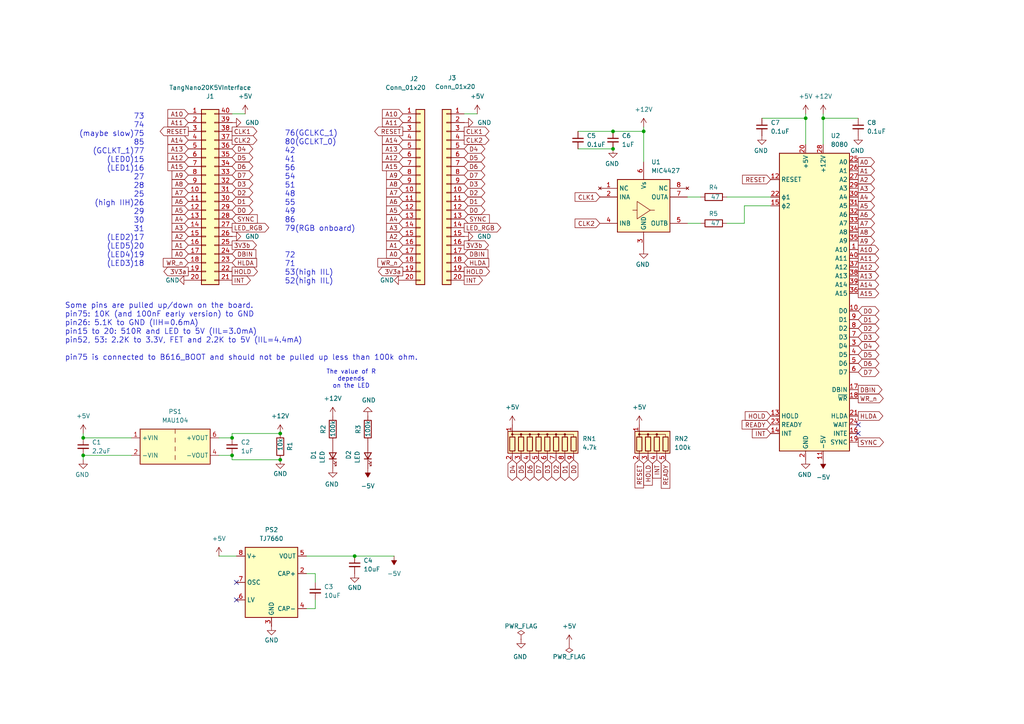
<source format=kicad_sch>
(kicad_sch (version 20231120) (generator "eeschema") (generator_version "8.0")
  (paper "A4")
  (title_block (title "Memory System for Intel 8080 using Tang Nano 20K") (date "2024-08-29") (rev "1.1") (company "Ryo Mukai"))
  (lib_symbols
    (symbol "000_MyLibrary:8080"
      (property "Reference" "U" (at -7.62 44.45 0))
      (property "Value" "8080" (at 7.62 44.45 0))
      (symbol "8080_1_1"
        (pin output line (at 12.7 15.24 180) (length 2.54) (name "A10") (number "1"))
        (pin bidirectional line (at 12.7 -2.54 180) (length 2.54) (name "D0") (number "10"))
        (pin power_in line (at 2.54 -45.72 90) (length 2.54) (name "-5V") (number "11"))
        (pin input line (at -12.7 35.56 0) (length 2.54) (name "RESET") (number "12"))
        (pin input line (at -12.7 -33.02 0) (length 2.54) (name "HOLD") (number "13"))
        (pin input line (at -12.7 -38.1 0) (length 2.54) (name "INT") (number "14"))
        (pin input line (at -12.7 27.94 0) (length 2.54) (name "ϕ2") (number "15"))
        (pin output line (at 12.7 -38.1 180) (length 2.54) (name "INTE") (number "16"))
        (pin output line (at 12.7 -25.4 180) (length 2.54) (name "DBIN") (number "17"))
        (pin output line (at 12.7 -27.94 180) (length 2.54) (name "~{WR}") (number "18"))
        (pin output line (at 12.7 -40.64 180) (length 2.54) (name "SYNC") (number "19"))
        (pin power_in line (at -2.54 -45.72 90) (length 2.54) (name "GND") (number "2"))
        (pin power_in line (at -2.54 45.72 270) (length 2.54) (name "+5V") (number "20"))
        (pin output line (at 12.7 -33.02 180) (length 2.54) (name "HLDA") (number "21"))
        (pin input line (at -12.7 30.48 0) (length 2.54) (name "ϕ1") (number "22"))
        (pin input line (at -12.7 -35.56 0) (length 2.54) (name "READY") (number "23"))
        (pin output line (at 12.7 -35.56 180) (length 2.54) (name "WAIT") (number "24"))
        (pin output line (at 12.7 40.64 180) (length 2.54) (name "A0") (number "25"))
        (pin output line (at 12.7 38.1 180) (length 2.54) (name "A1") (number "26"))
        (pin output line (at 12.7 35.56 180) (length 2.54) (name "A2") (number "27"))
        (pin power_in line (at 2.54 45.72 270) (length 2.54) (name "+12V") (number "28"))
        (pin output line (at 12.7 33.02 180) (length 2.54) (name "A3") (number "29"))
        (pin bidirectional line (at 12.7 -12.7 180) (length 2.54) (name "D4") (number "3"))
        (pin output line (at 12.7 30.48 180) (length 2.54) (name "A4") (number "30"))
        (pin output line (at 12.7 27.94 180) (length 2.54) (name "A5") (number "31"))
        (pin output line (at 12.7 25.4 180) (length 2.54) (name "A6") (number "32"))
        (pin output line (at 12.7 22.86 180) (length 2.54) (name "A7") (number "33"))
        (pin output line (at 12.7 20.32 180) (length 2.54) (name "A8") (number "34"))
        (pin output line (at 12.7 17.78 180) (length 2.54) (name "A9") (number "35"))
        (pin output line (at 12.7 2.54 180) (length 2.54) (name "A15") (number "36"))
        (pin output line (at 12.7 10.16 180) (length 2.54) (name "A12") (number "37"))
        (pin output line (at 12.7 7.62 180) (length 2.54) (name "A13") (number "38"))
        (pin output line (at 12.7 5.08 180) (length 2.54) (name "A14") (number "39"))
        (pin bidirectional line (at 12.7 -15.24 180) (length 2.54) (name "D5") (number "4"))
        (pin output line (at 12.7 12.7 180) (length 2.54) (name "A11") (number "40"))
        (pin bidirectional line (at 12.7 -17.78 180) (length 2.54) (name "D6") (number "5"))
        (pin bidirectional line (at 12.7 -20.32 180) (length 2.54) (name "D7") (number "6"))
        (pin bidirectional line (at 12.7 -10.16 180) (length 2.54) (name "D3") (number "7"))
        (pin bidirectional line (at 12.7 -7.62 180) (length 2.54) (name "D2") (number "8"))
        (pin bidirectional line (at 12.7 -5.08 180) (length 2.54) (name "D1") (number "9"))
      )
    )
    (symbol "000_MyLibrary:C_Small" (pin_numbers hide) (pin_names (offset 0.254) hide)
      (property "Reference" "C" (at 0.254 1.778 0))
      (property "Value" "C_Small" (at 0.254 -2.032 0))
      (symbol "C_Small_1_1"
        (pin passive line (at 0 2.54 270) (length 2.032) (name "~") (number "1"))
        (pin passive line (at 0 -2.54 90) (length 2.032) (name "~") (number "2"))
      )
    )
    (symbol "000_MyLibrary:Conn_01x20" (pin_names (offset 1.016) hide)
      (property "Reference" "J" (at 0 25.4 0))
      (property "Value" "Conn_01x20" (at 0 -27.94 0))
      (symbol "Conn_01x20_1_1"
        (pin passive line (at -5.08 22.86 0) (length 3.81) (name "Pin_1") (number "1"))
        (pin passive line (at -5.08 0 0) (length 3.81) (name "Pin_10") (number "10"))
        (pin passive line (at -5.08 -2.54 0) (length 3.81) (name "Pin_11") (number "11"))
        (pin passive line (at -5.08 -5.08 0) (length 3.81) (name "Pin_12") (number "12"))
        (pin passive line (at -5.08 -7.62 0) (length 3.81) (name "Pin_13") (number "13"))
        (pin passive line (at -5.08 -10.16 0) (length 3.81) (name "Pin_14") (number "14"))
        (pin passive line (at -5.08 -12.7 0) (length 3.81) (name "Pin_15") (number "15"))
        (pin passive line (at -5.08 -15.24 0) (length 3.81) (name "Pin_16") (number "16"))
        (pin passive line (at -5.08 -17.78 0) (length 3.81) (name "Pin_17") (number "17"))
        (pin passive line (at -5.08 -20.32 0) (length 3.81) (name "Pin_18") (number "18"))
        (pin passive line (at -5.08 -22.86 0) (length 3.81) (name "Pin_19") (number "19"))
        (pin passive line (at -5.08 20.32 0) (length 3.81) (name "Pin_2") (number "2"))
        (pin passive line (at -5.08 -25.4 0) (length 3.81) (name "Pin_20") (number "20"))
        (pin passive line (at -5.08 17.78 0) (length 3.81) (name "Pin_3") (number "3"))
        (pin passive line (at -5.08 15.24 0) (length 3.81) (name "Pin_4") (number "4"))
        (pin passive line (at -5.08 12.7 0) (length 3.81) (name "Pin_5") (number "5"))
        (pin passive line (at -5.08 10.16 0) (length 3.81) (name "Pin_6") (number "6"))
        (pin passive line (at -5.08 7.62 0) (length 3.81) (name "Pin_7") (number "7"))
        (pin passive line (at -5.08 5.08 0) (length 3.81) (name "Pin_8") (number "8"))
        (pin passive line (at -5.08 2.54 0) (length 3.81) (name "Pin_9") (number "9"))
      )
    )
    (symbol "000_MyLibrary:Conn_02x20_Counter_Clockwise" (pin_names (offset 1.016) hide)
      (property "Reference" "J" (at 1.27 25.4 0))
      (property "Value" "Conn_02x20_Counter_Clockwise" (at 1.27 -27.94 0))
      (symbol "Conn_02x20_Counter_Clockwise_1_1"
        (pin passive line (at -5.08 22.86 0) (length 3.81) (name "Pin_1") (number "1"))
        (pin passive line (at -5.08 0 0) (length 3.81) (name "Pin_10") (number "10"))
        (pin passive line (at -5.08 -2.54 0) (length 3.81) (name "Pin_11") (number "11"))
        (pin passive line (at -5.08 -5.08 0) (length 3.81) (name "Pin_12") (number "12"))
        (pin passive line (at -5.08 -7.62 0) (length 3.81) (name "Pin_13") (number "13"))
        (pin passive line (at -5.08 -10.16 0) (length 3.81) (name "Pin_14") (number "14"))
        (pin passive line (at -5.08 -12.7 0) (length 3.81) (name "Pin_15") (number "15"))
        (pin passive line (at -5.08 -15.24 0) (length 3.81) (name "Pin_16") (number "16"))
        (pin passive line (at -5.08 -17.78 0) (length 3.81) (name "Pin_17") (number "17"))
        (pin passive line (at -5.08 -20.32 0) (length 3.81) (name "Pin_18") (number "18"))
        (pin passive line (at -5.08 -22.86 0) (length 3.81) (name "Pin_19") (number "19"))
        (pin passive line (at -5.08 20.32 0) (length 3.81) (name "Pin_2") (number "2"))
        (pin passive line (at -5.08 -25.4 0) (length 3.81) (name "Pin_20") (number "20"))
        (pin passive line (at 7.62 -25.4 180) (length 3.81) (name "Pin_21") (number "21"))
        (pin passive line (at 7.62 -22.86 180) (length 3.81) (name "Pin_22") (number "22"))
        (pin passive line (at 7.62 -20.32 180) (length 3.81) (name "Pin_23") (number "23"))
        (pin passive line (at 7.62 -17.78 180) (length 3.81) (name "Pin_24") (number "24"))
        (pin passive line (at 7.62 -15.24 180) (length 3.81) (name "Pin_25") (number "25"))
        (pin passive line (at 7.62 -12.7 180) (length 3.81) (name "Pin_26") (number "26"))
        (pin passive line (at 7.62 -10.16 180) (length 3.81) (name "Pin_27") (number "27"))
        (pin passive line (at 7.62 -7.62 180) (length 3.81) (name "Pin_28") (number "28"))
        (pin passive line (at 7.62 -5.08 180) (length 3.81) (name "Pin_29") (number "29"))
        (pin passive line (at -5.08 17.78 0) (length 3.81) (name "Pin_3") (number "3"))
        (pin passive line (at 7.62 -2.54 180) (length 3.81) (name "Pin_30") (number "30"))
        (pin passive line (at 7.62 0 180) (length 3.81) (name "Pin_31") (number "31"))
        (pin passive line (at 7.62 2.54 180) (length 3.81) (name "Pin_32") (number "32"))
        (pin passive line (at 7.62 5.08 180) (length 3.81) (name "Pin_33") (number "33"))
        (pin passive line (at 7.62 7.62 180) (length 3.81) (name "Pin_34") (number "34"))
        (pin passive line (at 7.62 10.16 180) (length 3.81) (name "Pin_35") (number "35"))
        (pin passive line (at 7.62 12.7 180) (length 3.81) (name "Pin_36") (number "36"))
        (pin passive line (at 7.62 15.24 180) (length 3.81) (name "Pin_37") (number "37"))
        (pin passive line (at 7.62 17.78 180) (length 3.81) (name "Pin_38") (number "38"))
        (pin passive line (at 7.62 20.32 180) (length 3.81) (name "Pin_39") (number "39"))
        (pin passive line (at -5.08 15.24 0) (length 3.81) (name "Pin_4") (number "4"))
        (pin passive line (at 7.62 22.86 180) (length 3.81) (name "Pin_40") (number "40"))
        (pin passive line (at -5.08 12.7 0) (length 3.81) (name "Pin_5") (number "5"))
        (pin passive line (at -5.08 10.16 0) (length 3.81) (name "Pin_6") (number "6"))
        (pin passive line (at -5.08 7.62 0) (length 3.81) (name "Pin_7") (number "7"))
        (pin passive line (at -5.08 5.08 0) (length 3.81) (name "Pin_8") (number "8"))
        (pin passive line (at -5.08 2.54 0) (length 3.81) (name "Pin_9") (number "9"))
      )
    )
    (symbol "000_MyLibrary:LED" (pin_numbers hide) (pin_names (offset 1.016) hide)
      (property "Reference" "D" (at 0.254 2.54 0))
      (property "Value" "LED" (at 0.254 -2.54 0))
      (symbol "LED_1_1"
        (pin passive line (at -3.81 0 0) (length 2.54) (name "K") (number "1"))
        (pin passive line (at 3.81 0 180) (length 2.54) (name "A") (number "2"))
      )
    )
    (symbol "000_MyLibrary:MAU104"
      (property "Reference" "PS1" (at 0 12.7 0))
      (property "Value" "MAU104" (at 0 10.16 0))
      (symbol "MAU104_1_1"
        (pin power_in line (at -12.7 5.08 0) (length 2.54) (name "+VIN") (number "1"))
        (pin power_in line (at -12.7 0 0) (length 2.54) (name "-VIN") (number "2"))
        (pin passive line (at 12.7 0 180) (length 2.54) (name "-VOUT") (number "4"))
        (pin power_out line (at 12.7 5.08 180) (length 2.54) (name "+VOUT") (number "6"))
      )
    )
    (symbol "000_MyLibrary:MIC4427"
      (property "Reference" "U" (at -7.62 -11.43 0))
      (property "Value" "MIC4427" (at 6.35 -11.43 0))
      (symbol "MIC4427_1_0"
        (pin no_connect line (at -12.7 -15.24 0) (length 5.08) (name "NC") (number "1"))
        (pin input line (at -12.7 -17.78 0) (length 5.08) (name "INA") (number "2"))
        (pin power_in line (at 0 -33.02 90) (length 5.08) (name "GND") (number "3"))
        (pin input line (at -12.7 -25.4 0) (length 5.08) (name "INB") (number "4"))
        (pin output line (at 12.7 -25.4 180) (length 5.08) (name "OUTB") (number "5"))
        (pin power_in line (at 0 -7.62 270) (length 5.08) (name "Vs") (number "6"))
        (pin output line (at 12.7 -17.78 180) (length 5.08) (name "OUTA") (number "7"))
        (pin no_connect line (at 12.7 -15.24 180) (length 5.08) (name "NC") (number "8"))
      )
    )
    (symbol "000_MyLibrary:R" (pin_numbers hide) (pin_names (offset 0))
      (property "Reference" "R" (at 2.032 0 90))
      (property "Value" "R" (at 0 0 90))
      (symbol "R_1_1"
        (pin passive line (at 0 3.81 270) (length 1.27) (name "~") (number "1"))
        (pin passive line (at 0 -3.81 90) (length 1.27) (name "~") (number "2"))
      )
    )
    (symbol "000_MyLibrary:R_Network04" (pin_names (offset 0) hide)
      (property "Reference" "RN" (at -7.62 0 90))
      (property "Value" "R_Network04" (at 5.08 0 90))
      (symbol "R_Network04_1_1"
        (pin passive line (at -5.08 5.08 270) (length 2.54) (name "common") (number "1"))
        (pin passive line (at -5.08 -5.08 90) (length 1.27) (name "R1") (number "2"))
        (pin passive line (at -2.54 -5.08 90) (length 1.27) (name "R2") (number "3"))
        (pin passive line (at 0 -5.08 90) (length 1.27) (name "R3") (number "4"))
        (pin passive line (at 2.54 -5.08 90) (length 1.27) (name "R4") (number "5"))
      )
    )
    (symbol "000_MyLibrary:R_Network08" (pin_names (offset 0) hide)
      (property "Reference" "RN" (at -12.7 0 90))
      (property "Value" "R_Network08" (at 10.16 0 90))
      (symbol "R_Network08_1_1"
        (pin passive line (at -10.16 5.08 270) (length 2.54) (name "common") (number "1"))
        (pin passive line (at -10.16 -5.08 90) (length 1.27) (name "R1") (number "2"))
        (pin passive line (at -7.62 -5.08 90) (length 1.27) (name "R2") (number "3"))
        (pin passive line (at -5.08 -5.08 90) (length 1.27) (name "R3") (number "4"))
        (pin passive line (at -2.54 -5.08 90) (length 1.27) (name "R4") (number "5"))
        (pin passive line (at 0 -5.08 90) (length 1.27) (name "R5") (number "6"))
        (pin passive line (at 2.54 -5.08 90) (length 1.27) (name "R6") (number "7"))
        (pin passive line (at 5.08 -5.08 90) (length 1.27) (name "R7") (number "8"))
        (pin passive line (at 7.62 -5.08 90) (length 1.27) (name "R8") (number "9"))
      )
    )
    (symbol "000_MyLibrary:TJ7660"
      (property "Reference" "PS" (at -6.604 11.43 0))
      (property "Value" "TJ7660" (at 0 11.43 0))
      (symbol "TJ7660_1_1"
        (pin no_connect line (at -7.62 5.08 0) (length 2.54) hide (name "NC") (number "1"))
        (pin input line (at 10.16 2.54 180) (length 2.54) (name "CAP+") (number "2"))
        (pin power_in line (at 0 -12.7 90) (length 2.54) (name "GND") (number "3"))
        (pin input line (at 10.16 -7.62 180) (length 2.54) (name "CAP-") (number "4"))
        (pin power_out line (at 10.16 7.62 180) (length 2.54) (name "VOUT") (number "5"))
        (pin input line (at -10.16 -5.08 0) (length 2.54) (name "LV") (number "6"))
        (pin input line (at -10.16 0 0) (length 2.54) (name "OSC") (number "7"))
        (pin power_in line (at -10.16 7.62 0) (length 2.54) (name "V+") (number "8"))
      )
    )
    (symbol "power:+12V" (power) (pin_numbers hide) (pin_names (offset 0) hide)
      (property "Value" "+12V" (at 0 3.556 0))
      (symbol "+12V_1_1"
        (pin power_in line (at 0 0 90) (length 0) (name "~") (number "1"))
      )
    )
    (symbol "power:+5V" (power) (pin_numbers hide) (pin_names (offset 0) hide)
      (property "Value" "+5V" (at 0 3.556 0))
      (symbol "+5V_1_1"
        (pin power_in line (at 0 0 90) (length 0) (name "~") (number "1"))
      )
    )
    (symbol "power:-5V" (power) (pin_numbers hide) (pin_names (offset 0) hide)
      (property "Value" "-5V" (at 0 3.556 0))
      (symbol "-5V_0_0"
        (pin power_in line (at 0 0 90) (length 0) (name "~") (number "1"))
      )
    )
    (symbol "power:GND" (power) (pin_numbers hide) (pin_names (offset 0) hide)
      (property "Value" "GND" (at 0 -3.81 0))
      (symbol "GND_1_1"
        (pin power_in line (at 0 0 270) (length 0) (name "~") (number "1"))
      )
    )
    (symbol "power:PWR_FLAG" (power) (pin_numbers hide) (pin_names (offset 0) hide)
      (property "Value" "PWR_FLAG" (at 0 3.81 0))
      (symbol "PWR_FLAG_0_0"
        (pin power_out line (at 0 0 90) (length 0) (name "~") (number "1"))
      )
    )
  )
  (junction (at 238.76 34.29))
  (junction (at 81.28 125.73))
  (junction (at 67.31 127))
  (junction (at 81.28 133.35))
  (junction (at 177.8 43.18))
  (junction (at 186.69 38.1))
  (junction (at 24.13 132.08))
  (junction (at 67.31 132.08))
  (junction (at 177.8 38.1))
  (junction (at 102.87 161.29))
  (junction (at 233.68 34.29))
  (junction (at 24.13 127))
  (no_connect (at 248.92 125.73))
  (no_connect (at 248.92 123.19))
  (no_connect (at 68.58 173.99))
  (no_connect (at 68.58 168.91))
  (wire (pts (xy 220.98 34.29) (xy 233.68 34.29)))
  (wire (pts (xy 186.69 38.1) (xy 186.69 46.99)))
  (wire (pts (xy 63.5 161.29) (xy 68.58 161.29)))
  (wire (pts (xy 88.9 166.37) (xy 91.44 166.37)))
  (wire (pts (xy 24.13 132.08) (xy 24.13 133.35)))
  (wire (pts (xy 67.31 132.08) (xy 63.5 132.08)))
  (wire (pts (xy 186.69 36.83) (xy 186.69 38.1)))
  (wire (pts (xy 167.64 38.1) (xy 177.8 38.1)))
  (wire (pts (xy 102.87 161.29) (xy 114.3 161.29)))
  (wire (pts (xy 233.68 34.29) (xy 233.68 41.91)))
  (wire (pts (xy 210.82 57.15) (xy 223.52 57.15)))
  (wire (pts (xy 91.44 166.37) (xy 91.44 168.91)))
  (wire (pts (xy 91.44 173.99) (xy 91.44 176.53)))
  (wire (pts (xy 67.31 127) (xy 67.31 125.73)))
  (wire (pts (xy 238.76 34.29) (xy 248.92 34.29)))
  (wire (pts (xy 88.9 176.53) (xy 91.44 176.53)))
  (wire (pts (xy 67.31 132.08) (xy 67.31 133.35)))
  (wire (pts (xy 71.12 33.02) (xy 67.31 33.02)))
  (wire (pts (xy 215.9 59.69) (xy 223.52 59.69)))
  (wire (pts (xy 67.31 133.35) (xy 81.28 133.35)))
  (wire (pts (xy 167.64 43.18) (xy 177.8 43.18)))
  (wire (pts (xy 138.43 33.02) (xy 134.62 33.02)))
  (wire (pts (xy 88.9 161.29) (xy 102.87 161.29)))
  (wire (pts (xy 233.68 33.02) (xy 233.68 34.29)))
  (wire (pts (xy 238.76 33.02) (xy 238.76 34.29)))
  (wire (pts (xy 24.13 127) (xy 38.1 127)))
  (wire (pts (xy 215.9 64.77) (xy 215.9 59.69)))
  (wire (pts (xy 215.9 64.77) (xy 210.82 64.77)))
  (wire (pts (xy 67.31 125.73) (xy 81.28 125.73)))
  (wire (pts (xy 203.2 64.77) (xy 199.39 64.77)))
  (wire (pts (xy 238.76 34.29) (xy 238.76 41.91)))
  (wire (pts (xy 63.5 127) (xy 67.31 127)))
  (wire (pts (xy 24.13 132.08) (xy 38.1 132.08)))
  (wire (pts (xy 177.8 38.1) (xy 186.69 38.1)))
  (wire (pts (xy 203.2 57.15) (xy 199.39 57.15)))
  (wire (pts (xy 24.13 127) (xy 24.13 125.73)))
  (text "72\n71\n53(high IIL)\n52(high IIL)" (at 82.55 82.55 0) (effects (font (size 1.56 1.56)) (justify left bottom)))
  (text "73\n74\n(maybe slow)75\n85\n(GCLKT_1)77\n(LED0)15\n(LED1)16\n27\n28\n25\n(high IIH)26\n29\n30\n31\n(LED2)17\n(LED5)20\n(LED4)19\n(LED3)18" (at 41.91 77.47 0) (effects (font (size 1.56 1.56)) (justify right bottom)))
  (text "76(GCLKC_1)\n80(GCLKT_0)\n42\n41\n56\n54\n51\n48\n55\n49\n86\n79(RGB onboard)" (at 82.55 67.31 0) (effects (font (size 1.56 1.56)) (justify left bottom)))
  (text "Some pins are pulled up/down on the board.\npin75: 10K (and 100nF early version) to GND\npin26: 5.1K to GND (IIH=0.6mA)\npin15 to 20: 510R and LED to 5V (IIL=3.0mA)\npin52, 53: 2.2K to 3.3V, FET and 2.2K to 5V (IIL=4.4mA)\n\npin75 is connected to B616_BOOT and should not be pulled up less than 100k ohm." (at 18.796 96.266 0) (effects (font (size 1.56 1.56)) (justify left)))
  (text "The value of R\ndepends\non the LED" (at 101.854 109.982 0) (effects (font (size 1.27 1.27))))
  (global_label "D7" (shape bidirectional) (at 67.31 50.8 0) (property "Intersheetrefs" "${INTERSHEET_REFS}" (effects (hide yes))))
  (global_label "A13" (shape input) (at 54.61 43.18 180) (property "Intersheetrefs" "${INTERSHEET_REFS}" (effects (hide yes))))
  (global_label "CLK1" (shape output) (at 67.31 38.1 0) (property "Intersheetrefs" "${INTERSHEET_REFS}" (effects (hide yes))))
  (global_label "INT" (shape output) (at 134.62 81.28 0) (property "Intersheetrefs" "${INTERSHEET_REFS}" (effects (hide yes))))
  (global_label "WR_n" (shape input) (at 54.61 76.2 180) (property "Intersheetrefs" "${INTERSHEET_REFS}" (effects (hide yes))))
  (global_label "D4" (shape bidirectional) (at 134.62 43.18 0) (property "Intersheetrefs" "${INTERSHEET_REFS}" (effects (hide yes))))
  (global_label "D6" (shape bidirectional) (at 67.31 48.26 0) (property "Intersheetrefs" "${INTERSHEET_REFS}" (effects (hide yes))))
  (global_label "INT" (shape input) (at 223.52 125.73 180) (property "Intersheetrefs" "${INTERSHEET_REFS}" (effects (hide yes))))
  (global_label "A4" (shape input) (at 116.84 63.5 180) (property "Intersheetrefs" "${INTERSHEET_REFS}" (effects (hide yes))))
  (global_label "A8" (shape input) (at 54.61 53.34 180) (property "Intersheetrefs" "${INTERSHEET_REFS}" (effects (hide yes))))
  (global_label "D0" (shape bidirectional) (at 166.37 133.35 270) (property "Intersheetrefs" "${INTERSHEET_REFS}" (effects (hide yes))))
  (global_label "WR_n" (shape input) (at 116.84 76.2 180) (property "Intersheetrefs" "${INTERSHEET_REFS}" (effects (hide yes))))
  (global_label "SYNC" (shape input) (at 134.62 63.5 0) (property "Intersheetrefs" "${INTERSHEET_REFS}" (effects (hide yes))))
  (global_label "D4" (shape bidirectional) (at 67.31 43.18 0) (property "Intersheetrefs" "${INTERSHEET_REFS}" (effects (hide yes))))
  (global_label "D5" (shape bidirectional) (at 151.13 133.35 270) (property "Intersheetrefs" "${INTERSHEET_REFS}" (effects (hide yes))))
  (global_label "A15" (shape output) (at 248.92 85.09 0) (property "Intersheetrefs" "${INTERSHEET_REFS}" (effects (hide yes))))
  (global_label "SYNC" (shape input) (at 67.31 63.5 0) (property "Intersheetrefs" "${INTERSHEET_REFS}" (effects (hide yes))))
  (global_label "A0" (shape input) (at 54.61 73.66 180) (property "Intersheetrefs" "${INTERSHEET_REFS}" (effects (hide yes))))
  (global_label "D5" (shape bidirectional) (at 134.62 45.72 0) (property "Intersheetrefs" "${INTERSHEET_REFS}" (effects (hide yes))))
  (global_label "A3" (shape input) (at 116.84 66.04 180) (property "Intersheetrefs" "${INTERSHEET_REFS}" (effects (hide yes))))
  (global_label "D1" (shape bidirectional) (at 67.31 58.42 0) (property "Intersheetrefs" "${INTERSHEET_REFS}" (effects (hide yes))))
  (global_label "A5" (shape input) (at 54.61 60.96 180) (property "Intersheetrefs" "${INTERSHEET_REFS}" (effects (hide yes))))
  (global_label "LED_RGB" (shape output) (at 134.62 66.04 0) (property "Intersheetrefs" "${INTERSHEET_REFS}" (effects (hide yes))))
  (global_label "A9" (shape input) (at 54.61 50.8 180) (property "Intersheetrefs" "${INTERSHEET_REFS}" (effects (hide yes))))
  (global_label "D5" (shape bidirectional) (at 67.31 45.72 0) (property "Intersheetrefs" "${INTERSHEET_REFS}" (effects (hide yes))))
  (global_label "A11" (shape input) (at 54.61 35.56 180) (property "Intersheetrefs" "${INTERSHEET_REFS}" (effects (hide yes))))
  (global_label "READY" (shape input) (at 193.04 133.35 270) (property "Intersheetrefs" "${INTERSHEET_REFS}" (effects (hide yes))))
  (global_label "D2" (shape bidirectional) (at 67.31 55.88 0) (property "Intersheetrefs" "${INTERSHEET_REFS}" (effects (hide yes))))
  (global_label "D3" (shape bidirectional) (at 67.31 53.34 0) (property "Intersheetrefs" "${INTERSHEET_REFS}" (effects (hide yes))))
  (global_label "D6" (shape bidirectional) (at 153.67 133.35 270) (property "Intersheetrefs" "${INTERSHEET_REFS}" (effects (hide yes))))
  (global_label "DBIN" (shape input) (at 67.31 73.66 0) (property "Intersheetrefs" "${INTERSHEET_REFS}" (effects (hide yes))))
  (global_label "D6" (shape bidirectional) (at 134.62 48.26 0) (property "Intersheetrefs" "${INTERSHEET_REFS}" (effects (hide yes))))
  (global_label "DBIN" (shape input) (at 134.62 73.66 0) (property "Intersheetrefs" "${INTERSHEET_REFS}" (effects (hide yes))))
  (global_label "HLDA" (shape input) (at 67.31 76.2 0) (property "Intersheetrefs" "${INTERSHEET_REFS}" (effects (hide yes))))
  (global_label "CLK1" (shape input) (at 173.99 57.15 180) (property "Intersheetrefs" "${INTERSHEET_REFS}" (effects (hide yes))))
  (global_label "D3" (shape bidirectional) (at 248.92 97.79 0) (property "Intersheetrefs" "${INTERSHEET_REFS}" (effects (hide yes))))
  (global_label "A8" (shape input) (at 116.84 53.34 180) (property "Intersheetrefs" "${INTERSHEET_REFS}" (effects (hide yes))))
  (global_label "A15" (shape input) (at 116.84 48.26 180) (property "Intersheetrefs" "${INTERSHEET_REFS}" (effects (hide yes))))
  (global_label "HOLD" (shape output) (at 134.62 78.74 0) (property "Intersheetrefs" "${INTERSHEET_REFS}" (effects (hide yes))))
  (global_label "A2" (shape output) (at 248.92 52.07 0) (property "Intersheetrefs" "${INTERSHEET_REFS}" (effects (hide yes))))
  (global_label "A5" (shape output) (at 248.92 59.69 0) (property "Intersheetrefs" "${INTERSHEET_REFS}" (effects (hide yes))))
  (global_label "HLDA" (shape input) (at 134.62 76.2 0) (property "Intersheetrefs" "${INTERSHEET_REFS}" (effects (hide yes))))
  (global_label "CLK2" (shape output) (at 67.31 40.64 0) (property "Intersheetrefs" "${INTERSHEET_REFS}" (effects (hide yes))))
  (global_label "HLDA" (shape output) (at 248.92 120.65 0) (property "Intersheetrefs" "${INTERSHEET_REFS}" (effects (hide yes))))
  (global_label "A2" (shape input) (at 54.61 68.58 180) (property "Intersheetrefs" "${INTERSHEET_REFS}" (effects (hide yes))))
  (global_label "D7" (shape bidirectional) (at 134.62 50.8 0) (property "Intersheetrefs" "${INTERSHEET_REFS}" (effects (hide yes))))
  (global_label "HOLD" (shape input) (at 223.52 120.65 180) (property "Intersheetrefs" "${INTERSHEET_REFS}" (effects (hide yes))))
  (global_label "D0" (shape bidirectional) (at 248.92 90.17 0) (property "Intersheetrefs" "${INTERSHEET_REFS}" (effects (hide yes))))
  (global_label "RESET" (shape output) (at 116.84 38.1 180) (property "Intersheetrefs" "${INTERSHEET_REFS}" (effects (hide yes))))
  (global_label "A7" (shape input) (at 54.61 55.88 180) (property "Intersheetrefs" "${INTERSHEET_REFS}" (effects (hide yes))))
  (global_label "D3" (shape bidirectional) (at 158.75 133.35 270) (property "Intersheetrefs" "${INTERSHEET_REFS}" (effects (hide yes))))
  (global_label "A1" (shape output) (at 248.92 49.53 0) (property "Intersheetrefs" "${INTERSHEET_REFS}" (effects (hide yes))))
  (global_label "D1" (shape bidirectional) (at 248.92 92.71 0) (property "Intersheetrefs" "${INTERSHEET_REFS}" (effects (hide yes))))
  (global_label "A12" (shape output) (at 248.92 77.47 0) (property "Intersheetrefs" "${INTERSHEET_REFS}" (effects (hide yes))))
  (global_label "SYNC" (shape output) (at 248.92 128.27 0) (property "Intersheetrefs" "${INTERSHEET_REFS}" (effects (hide yes))))
  (global_label "D0" (shape bidirectional) (at 134.62 60.96 0) (property "Intersheetrefs" "${INTERSHEET_REFS}" (effects (hide yes))))
  (global_label "A6" (shape input) (at 116.84 58.42 180) (property "Intersheetrefs" "${INTERSHEET_REFS}" (effects (hide yes))))
  (global_label "A10" (shape input) (at 54.61 33.02 180) (property "Intersheetrefs" "${INTERSHEET_REFS}" (effects (hide yes))))
  (global_label "INT" (shape input) (at 190.5 133.35 270) (property "Intersheetrefs" "${INTERSHEET_REFS}" (effects (hide yes))))
  (global_label "D2" (shape bidirectional) (at 161.29 133.35 270) (property "Intersheetrefs" "${INTERSHEET_REFS}" (effects (hide yes))))
  (global_label "A10" (shape output) (at 248.92 72.39 0) (property "Intersheetrefs" "${INTERSHEET_REFS}" (effects (hide yes))))
  (global_label "3V3b" (shape output) (at 134.62 71.12 0) (property "Intersheetrefs" "${INTERSHEET_REFS}" (effects (hide yes))))
  (global_label "INT" (shape output) (at 67.31 81.28 0) (property "Intersheetrefs" "${INTERSHEET_REFS}" (effects (hide yes))))
  (global_label "D2" (shape bidirectional) (at 248.92 95.25 0) (property "Intersheetrefs" "${INTERSHEET_REFS}" (effects (hide yes))))
  (global_label "A8" (shape output) (at 248.92 67.31 0) (property "Intersheetrefs" "${INTERSHEET_REFS}" (effects (hide yes))))
  (global_label "D2" (shape bidirectional) (at 134.62 55.88 0) (property "Intersheetrefs" "${INTERSHEET_REFS}" (effects (hide yes))))
  (global_label "CLK2" (shape input) (at 173.99 64.77 180) (property "Intersheetrefs" "${INTERSHEET_REFS}" (effects (hide yes))))
  (global_label "A14" (shape output) (at 248.92 82.55 0) (property "Intersheetrefs" "${INTERSHEET_REFS}" (effects (hide yes))))
  (global_label "D4" (shape bidirectional) (at 248.92 100.33 0) (property "Intersheetrefs" "${INTERSHEET_REFS}" (effects (hide yes))))
  (global_label "CLK2" (shape output) (at 134.62 40.64 0) (property "Intersheetrefs" "${INTERSHEET_REFS}" (effects (hide yes))))
  (global_label "A6" (shape output) (at 248.92 62.23 0) (property "Intersheetrefs" "${INTERSHEET_REFS}" (effects (hide yes))))
  (global_label "HOLD" (shape output) (at 67.31 78.74 0) (property "Intersheetrefs" "${INTERSHEET_REFS}" (effects (hide yes))))
  (global_label "A13" (shape input) (at 116.84 43.18 180) (property "Intersheetrefs" "${INTERSHEET_REFS}" (effects (hide yes))))
  (global_label "A2" (shape input) (at 116.84 68.58 180) (property "Intersheetrefs" "${INTERSHEET_REFS}" (effects (hide yes))))
  (global_label "A15" (shape input) (at 54.61 48.26 180) (property "Intersheetrefs" "${INTERSHEET_REFS}" (effects (hide yes))))
  (global_label "3V3a" (shape output) (at 116.84 78.74 180) (property "Intersheetrefs" "${INTERSHEET_REFS}" (effects (hide yes))))
  (global_label "A5" (shape input) (at 116.84 60.96 180) (property "Intersheetrefs" "${INTERSHEET_REFS}" (effects (hide yes))))
  (global_label "3V3b" (shape output) (at 67.31 71.12 0) (property "Intersheetrefs" "${INTERSHEET_REFS}" (effects (hide yes))))
  (global_label "A9" (shape output) (at 248.92 69.85 0) (property "Intersheetrefs" "${INTERSHEET_REFS}" (effects (hide yes))))
  (global_label "A7" (shape input) (at 116.84 55.88 180) (property "Intersheetrefs" "${INTERSHEET_REFS}" (effects (hide yes))))
  (global_label "A4" (shape input) (at 54.61 63.5 180) (property "Intersheetrefs" "${INTERSHEET_REFS}" (effects (hide yes))))
  (global_label "A3" (shape output) (at 248.92 54.61 0) (property "Intersheetrefs" "${INTERSHEET_REFS}" (effects (hide yes))))
  (global_label "A6" (shape input) (at 54.61 58.42 180) (property "Intersheetrefs" "${INTERSHEET_REFS}" (effects (hide yes))))
  (global_label "D6" (shape bidirectional) (at 248.92 105.41 0) (property "Intersheetrefs" "${INTERSHEET_REFS}" (effects (hide yes))))
  (global_label "D7" (shape bidirectional) (at 248.92 107.95 0) (property "Intersheetrefs" "${INTERSHEET_REFS}" (effects (hide yes))))
  (global_label "A0" (shape input) (at 116.84 73.66 180) (property "Intersheetrefs" "${INTERSHEET_REFS}" (effects (hide yes))))
  (global_label "WR_n" (shape output) (at 248.92 115.57 0) (property "Intersheetrefs" "${INTERSHEET_REFS}" (effects (hide yes))))
  (global_label "RESET" (shape output) (at 54.61 38.1 180) (property "Intersheetrefs" "${INTERSHEET_REFS}" (effects (hide yes))))
  (global_label "A12" (shape input) (at 54.61 45.72 180) (property "Intersheetrefs" "${INTERSHEET_REFS}" (effects (hide yes))))
  (global_label "RESET" (shape input) (at 185.42 133.35 270) (property "Intersheetrefs" "${INTERSHEET_REFS}" (effects (hide yes))))
  (global_label "D1" (shape bidirectional) (at 134.62 58.42 0) (property "Intersheetrefs" "${INTERSHEET_REFS}" (effects (hide yes))))
  (global_label "READY" (shape input) (at 223.52 123.19 180) (property "Intersheetrefs" "${INTERSHEET_REFS}" (effects (hide yes))))
  (global_label "A1" (shape input) (at 54.61 71.12 180) (property "Intersheetrefs" "${INTERSHEET_REFS}" (effects (hide yes))))
  (global_label "A9" (shape input) (at 116.84 50.8 180) (property "Intersheetrefs" "${INTERSHEET_REFS}" (effects (hide yes))))
  (global_label "D1" (shape bidirectional) (at 163.83 133.35 270) (property "Intersheetrefs" "${INTERSHEET_REFS}" (effects (hide yes))))
  (global_label "A1" (shape input) (at 116.84 71.12 180) (property "Intersheetrefs" "${INTERSHEET_REFS}" (effects (hide yes))))
  (global_label "A11" (shape input) (at 116.84 35.56 180) (property "Intersheetrefs" "${INTERSHEET_REFS}" (effects (hide yes))))
  (global_label "A3" (shape input) (at 54.61 66.04 180) (property "Intersheetrefs" "${INTERSHEET_REFS}" (effects (hide yes))))
  (global_label "D5" (shape bidirectional) (at 248.92 102.87 0) (property "Intersheetrefs" "${INTERSHEET_REFS}" (effects (hide yes))))
  (global_label "3V3a" (shape output) (at 54.61 78.74 180) (property "Intersheetrefs" "${INTERSHEET_REFS}" (effects (hide yes))))
  (global_label "A11" (shape output) (at 248.92 74.93 0) (property "Intersheetrefs" "${INTERSHEET_REFS}" (effects (hide yes))))
  (global_label "A13" (shape output) (at 248.92 80.01 0) (property "Intersheetrefs" "${INTERSHEET_REFS}" (effects (hide yes))))
  (global_label "A14" (shape input) (at 54.61 40.64 180) (property "Intersheetrefs" "${INTERSHEET_REFS}" (effects (hide yes))))
  (global_label "D3" (shape bidirectional) (at 134.62 53.34 0) (property "Intersheetrefs" "${INTERSHEET_REFS}" (effects (hide yes))))
  (global_label "D7" (shape bidirectional) (at 156.21 133.35 270) (property "Intersheetrefs" "${INTERSHEET_REFS}" (effects (hide yes))))
  (global_label "A12" (shape input) (at 116.84 45.72 180) (property "Intersheetrefs" "${INTERSHEET_REFS}" (effects (hide yes))))
  (global_label "HOLD" (shape input) (at 187.96 133.35 270) (property "Intersheetrefs" "${INTERSHEET_REFS}" (effects (hide yes))))
  (global_label "LED_RGB" (shape output) (at 67.31 66.04 0) (property "Intersheetrefs" "${INTERSHEET_REFS}" (effects (hide yes))))
  (global_label "CLK1" (shape output) (at 134.62 38.1 0) (property "Intersheetrefs" "${INTERSHEET_REFS}" (effects (hide yes))))
  (global_label "D4" (shape bidirectional) (at 148.59 133.35 270) (property "Intersheetrefs" "${INTERSHEET_REFS}" (effects (hide yes))))
  (global_label "DBIN" (shape output) (at 248.92 113.03 0) (property "Intersheetrefs" "${INTERSHEET_REFS}" (effects (hide yes))))
  (global_label "RESET" (shape input) (at 223.52 52.07 180) (property "Intersheetrefs" "${INTERSHEET_REFS}" (effects (hide yes))))
  (global_label "D0" (shape bidirectional) (at 67.31 60.96 0) (property "Intersheetrefs" "${INTERSHEET_REFS}" (effects (hide yes))))
  (global_label "A4" (shape output) (at 248.92 57.15 0) (property "Intersheetrefs" "${INTERSHEET_REFS}" (effects (hide yes))))
  (global_label "A10" (shape input) (at 116.84 33.02 180) (property "Intersheetrefs" "${INTERSHEET_REFS}" (effects (hide yes))))
  (global_label "A0" (shape output) (at 248.92 46.99 0) (property "Intersheetrefs" "${INTERSHEET_REFS}" (effects (hide yes))))
  (global_label "A7" (shape output) (at 248.92 64.77 0) (property "Intersheetrefs" "${INTERSHEET_REFS}" (effects (hide yes))))
  (global_label "A14" (shape input) (at 116.84 40.64 180) (property "Intersheetrefs" "${INTERSHEET_REFS}" (effects (hide yes))))
  (symbol (lib_id "power:PWR_FLAG") (at 165.1 186.69 0) (mirror x) (unit 1)
    (property "Reference" "#FLG02" (effects (hide yes)))
    (property "Value" "PWR_FLAG" (at 165.1 190.5 0))
    (property "Description" "Special symbol for telling ERC where power comes from" (effects (hide yes)))
  )
  (symbol (lib_id "power:GND") (at 220.98 39.37 0) (unit 1)
    (property "Reference" "#PWR028" (effects (hide yes)))
    (property "Value" "GND" (at 222.758 43.688 0) (effects (justify right)))
    (property "Description" "Power symbol creates a global label with name \"GND\" , ground" (effects (hide yes)))
  )
  (symbol (lib_id "000_MyLibrary:MIC4427") (at 186.69 39.37 0) (unit 1)
    (property "Reference" "U1" (at 188.8841 46.99 0) (effects (justify left)))
    (property "Value" "MIC4427" (at 188.8841 49.53 0) (effects (justify left)))
    (property "Footprint" "000_MyFootprint:DIP-8_W7.62mm" (effects (hide yes)))
    (property "Datasheet" "https://ww1.microchip.com/downloads/aemDocuments/documents/OTH/ProductDocuments/DataSheets/MIC4426-7-8-Dual-1-5A-Peak-Low-Side-MOSFET-DRivers-DS20006202A.pdf" (effects (hide yes)))
    (property "Description" "Dual 1.5A-Peak Low-Side MOSFET Drivers" (effects (hide yes)))
  )
  (symbol (lib_id "power:+5V") (at 24.13 125.73 0) (unit 1)
    (property "Reference" "#PWR01" (effects (hide yes)))
    (property "Value" "+5V" (at 24.13 120.65 0))
    (property "Description" "Power symbol creates a global label with name \"+5V\"" (effects (hide yes)))
  )
  (symbol (lib_id "power:-5V") (at 238.76 133.35 180) (unit 1)
    (property "Reference" "#PWR032" (effects (hide yes)))
    (property "Value" "-5V" (at 238.76 138.43 0))
    (property "Description" "Power symbol creates a global label with name \"-5V\"" (effects (hide yes)))
  )
  (symbol (lib_id "power:GND") (at 248.92 39.37 0) (unit 1)
    (property "Reference" "#PWR033" (effects (hide yes)))
    (property "Value" "GND" (at 250.698 43.688 0) (effects (justify right)))
    (property "Description" "Power symbol creates a global label with name \"GND\" , ground" (effects (hide yes)))
  )
  (symbol (lib_id "power:+5V") (at 185.42 123.19 0) (unit 1)
    (property "Reference" "#PWR025" (effects (hide yes)))
    (property "Value" "+5V" (at 185.42 118.11 0))
    (property "Description" "Power symbol creates a global label with name \"+5V\"" (effects (hide yes)))
  )
  (symbol (lib_id "000_MyLibrary:8080") (at 236.22 87.63 0) (unit 1)
    (property "Reference" "U2" (at 240.9541 39.37 0) (effects (justify left)))
    (property "Value" "8080" (at 240.9541 41.91 0) (effects (justify left)))
    (property "Footprint" "000_MyFootprint:DIP_Socket-40_W11.9_W12.7_W15.24_W17.78_W18.5_3M_240-1280-00-0602J" (effects (hide yes)))
    (property "Datasheet" "http://datasheets.chipdb.org/Intel/MCS-80/intel-8080.pdf" (effects (hide yes)))
    (property "Description" "8-bit N-channel Microprocessor, DIP-40" (effects (hide yes)))
  )
  (symbol (lib_id "000_MyLibrary:R") (at 207.01 57.15 90) (unit 1)
    (property "Reference" "R4" (at 208.28 54.356 90) (effects (justify left)))
    (property "Value" "47" (at 208.788 57.15 90) (effects (justify left)))
    (property "Footprint" "000_MyFootprint:R_Axial_DIN0207_L6.3mm_D2.5mm_P7.62mm_Horizontal" (effects (hide yes)))
    (property "Description" "Resistor" (effects (hide yes)))
  )
  (symbol (lib_id "power:GND") (at 67.31 35.56 90) (unit 1)
    (property "Reference" "#PWR05" (effects (hide yes)))
    (property "Value" "GND" (at 71.12 35.56 90) (effects (justify right)))
    (property "Description" "Power symbol creates a global label with name \"GND\" , ground" (effects (hide yes)))
  )
  (symbol (lib_id "000_MyLibrary:R_Network04") (at 190.5 128.27 0) (unit 1)
    (property "Reference" "RN2" (at 195.58 127.2539 0) (effects (justify left)))
    (property "Value" "100k" (at 195.58 129.7939 0) (effects (justify left)))
    (property "Footprint" "Resistor_THT:R_Array_SIP5" (effects (hide yes)))
    (property "Datasheet" "http://www.vishay.com/docs/31509/csc.pdf" (effects (hide yes)))
    (property "Description" "4 resistor network, star topology, bussed resistors, small symbol" (effects (hide yes)))
  )
  (symbol (lib_id "000_MyLibrary:R") (at 81.28 129.54 0) (unit 1)
    (property "Reference" "R1" (at 84.074 130.81 90) (effects (justify left)))
    (property "Value" "10k" (at 81.28 130.81 90) (effects (justify left)))
    (property "Footprint" "000_MyFootprint:R_Axial_DIN0207_L6.3mm_D2.5mm_P7.62mm_Horizontal" (effects (hide yes)))
    (property "Description" "Resistor" (effects (hide yes)))
  )
  (symbol (lib_id "power:GND") (at 102.87 166.37 0) (mirror y) (unit 1)
    (property "Reference" "#PWR013" (effects (hide yes)))
    (property "Value" "GND" (at 100.838 170.434 0) (effects (justify right)))
    (property "Description" "Power symbol creates a global label with name \"GND\" , ground" (effects (hide yes)))
  )
  (symbol (lib_id "000_MyLibrary:C_Small") (at 177.8 40.64 0) (unit 1)
    (property "Reference" "C6" (at 180.34 39.3762 0) (effects (justify left)))
    (property "Value" "1uF" (at 180.34 41.9162 0) (effects (justify left)))
    (property "Footprint" "000_MyFootprint:C_Disc_D4.7mm_W2.5mm_P5.00mm" (effects (hide yes)))
    (property "Description" "Unpolarized capacitor, small symbol" (effects (hide yes)))
  )
  (symbol (lib_id "power:+5V") (at 165.1 186.69 0) (unit 1)
    (property "Reference" "#PWR023" (effects (hide yes)))
    (property "Value" "+5V" (at 165.1 181.61 0))
    (property "Description" "Power symbol creates a global label with name \"+5V\"" (effects (hide yes)))
  )
  (symbol (lib_id "000_MyLibrary:R") (at 96.52 124.46 180) (unit 1)
    (property "Reference" "R2" (at 93.726 123.19 90) (effects (justify left)))
    (property "Value" "100k" (at 96.52 121.92 90) (effects (justify left)))
    (property "Footprint" "000_MyFootprint:R_Axial_DIN0207_L6.3mm_D2.5mm_P7.62mm_Horizontal" (effects (hide yes)))
    (property "Description" "Resistor" (effects (hide yes)))
  )
  (symbol (lib_id "000_MyLibrary:MAU104") (at 50.8 132.08 0) (unit 1)
    (property "Reference" "PS1" (at 50.8 119.38 0))
    (property "Value" "MAU104" (at 50.8 121.92 0))
    (property "Footprint" "000_MyFootprint:SIP-6_without_3_5pin_for_DCDC_MAU" (effects (hide yes)))
    (property "Datasheet" "https://akizukidenshi.com/goodsaffix/MAU104.pdf" (effects (hide yes)))
    (property "Description" "1W Isolated DC/DC Converter Module, 4.5-5.5V input, 9V output" (effects (hide yes)))
  )
  (symbol (lib_id "000_MyLibrary:LED") (at 106.68 132.08 90) (unit 1)
    (property "Reference" "D2" (at 101.092 131.953 0))
    (property "Value" "LED" (at 103.632 132.588 0))
    (property "Footprint" "000_MyFootprint:LED_D3.0mm" (effects (hide yes)))
    (property "Description" "Light emitting diode" (effects (hide yes)))
  )
  (symbol (lib_id "000_MyLibrary:R_Network08") (at 158.75 128.27 0) (unit 1)
    (property "Reference" "RN1" (at 168.91 127.2539 0) (effects (justify left)))
    (property "Value" "4.7k" (at 168.91 129.7939 0) (effects (justify left)))
    (property "Footprint" "Resistor_THT:R_Array_SIP9" (effects (hide yes)))
    (property "Datasheet" "http://www.vishay.com/docs/31509/csc.pdf" (effects (hide yes)))
    (property "Description" "8 resistor network, star topology, bussed resistors, small symbol" (effects (hide yes)))
  )
  (symbol (lib_id "power:GND") (at 116.84 81.28 270) (unit 1)
    (property "Reference" "#PWR017" (effects (hide yes)))
    (property "Value" "GND" (at 114.3 81.28 90) (effects (justify right)))
    (property "Description" "Power symbol creates a global label with name \"GND\" , ground" (effects (hide yes)))
  )
  (symbol (lib_id "power:GND") (at 106.68 120.65 180) (unit 1)
    (property "Reference" "#PWR014" (effects (hide yes)))
    (property "Value" "GND" (at 104.902 116.078 0) (effects (justify right)))
    (property "Description" "Power symbol creates a global label with name \"GND\" , ground" (effects (hide yes)))
  )
  (symbol (lib_id "000_MyLibrary:LED") (at 96.52 132.08 90) (unit 1)
    (property "Reference" "D1" (at 90.932 131.953 0))
    (property "Value" "LED" (at 93.472 132.588 0))
    (property "Footprint" "000_MyFootprint:LED_D3.0mm" (effects (hide yes)))
    (property "Description" "Light emitting diode" (effects (hide yes)))
  )
  (symbol (lib_id "000_MyLibrary:TJ7660") (at 78.74 168.91 0) (unit 1)
    (property "Reference" "PS2" (at 78.74 153.67 0))
    (property "Value" "TJ7660" (at 78.74 156.21 0))
    (property "Footprint" "000_MyFootprint:DIP-8_W7.62mm" (effects (hide yes)))
    (property "Datasheet" "http://www.ti.com/lit/ds/symlink/lmc7660.pdf" (effects (hide yes)))
    (property "Description" "Voltage converter from +1.5V to +10V to +1.5V to +10V, SO-8/DIP-8" (effects (hide yes)))
  )
  (symbol (lib_id "000_MyLibrary:C_Small") (at 220.98 36.83 0) (unit 1)
    (property "Reference" "C7" (at 223.52 35.5662 0) (effects (justify left)))
    (property "Value" "0.1uF" (at 223.52 38.1062 0) (effects (justify left)))
    (property "Footprint" "000_MyFootprint:C_Disc_D5.0mm_W2.5mm_P2.50mm" (effects (hide yes)))
    (property "Description" "Unpolarized capacitor, small symbol" (effects (hide yes)))
  )
  (symbol (lib_id "power:+12V") (at 238.76 33.02 0) (unit 1)
    (property "Reference" "#PWR031" (effects (hide yes)))
    (property "Value" "+12V" (at 238.76 27.94 0))
    (property "Description" "Power symbol creates a global label with name \"+12V\"" (effects (hide yes)))
  )
  (symbol (lib_id "power:GND") (at 54.61 81.28 270) (unit 1)
    (property "Reference" "#PWR03" (effects (hide yes)))
    (property "Value" "GND" (at 52.07 81.28 90) (effects (justify right)))
    (property "Description" "Power symbol creates a global label with name \"GND\" , ground" (effects (hide yes)))
  )
  (symbol (lib_id "power:GND") (at 186.69 72.39 0) (unit 1)
    (property "Reference" "#PWR027" (effects (hide yes)))
    (property "Value" "GND" (at 188.468 76.708 0) (effects (justify right)))
    (property "Description" "Power symbol creates a global label with name \"GND\" , ground" (effects (hide yes)))
  )
  (symbol (lib_id "000_MyLibrary:C_Small") (at 167.64 40.64 0) (unit 1)
    (property "Reference" "C5" (at 170.18 39.3762 0) (effects (justify left)))
    (property "Value" "0.1uF" (at 170.18 41.9162 0) (effects (justify left)))
    (property "Footprint" "000_MyFootprint:C_Disc_D5.0mm_W2.5mm_P2.50mm" (effects (hide yes)))
    (property "Description" "Unpolarized capacitor, small symbol" (effects (hide yes)))
  )
  (symbol (lib_id "power:GND") (at 81.28 133.35 0) (mirror y) (unit 1)
    (property "Reference" "#PWR010" (effects (hide yes)))
    (property "Value" "GND" (at 79.248 137.414 0) (effects (justify right)))
    (property "Description" "Power symbol creates a global label with name \"GND\" , ground" (effects (hide yes)))
  )
  (symbol (lib_id "000_MyLibrary:Conn_01x20") (at 129.54 55.88 0) (mirror y) (unit 1)
    (property "Reference" "J3" (at 132.334 22.606 0) (effects (justify left)))
    (property "Value" "Conn_01x20" (at 137.922 25.146 0) (effects (justify left)))
    (property "Footprint" "000_MyFootprint:PinSocket_1x20_P2.54mm_Vertical" (effects (hide yes)))
    (property "Description" "Generic connector, single row, 01x20, script generated (kicad-library-utils/schlib/autogen/connector/)" (effects (hide yes)))
  )
  (symbol (lib_id "power:+5V") (at 71.12 33.02 0) (unit 1)
    (property "Reference" "#PWR07" (effects (hide yes)))
    (property "Value" "+5V" (at 71.12 27.94 0))
    (property "Description" "Power symbol creates a global label with name \"+5V\"" (effects (hide yes)))
  )
  (symbol (lib_id "000_MyLibrary:C_Small") (at 67.31 129.54 0) (unit 1)
    (property "Reference" "C2" (at 69.85 128.2762 0) (effects (justify left)))
    (property "Value" "1uF" (at 69.85 130.8162 0) (effects (justify left)))
    (property "Footprint" "000_MyFootprint:C_Disc_D4.7mm_W2.5mm_P5.00mm" (effects (hide yes)))
    (property "Description" "Unpolarized capacitor, small symbol" (effects (hide yes)))
  )
  (symbol (lib_id "power:+5V") (at 63.5 161.29 0) (unit 1)
    (property "Reference" "#PWR04" (effects (hide yes)))
    (property "Value" "+5V" (at 63.5 156.21 0))
    (property "Description" "Power symbol creates a global label with name \"+5V\"" (effects (hide yes)))
  )
  (symbol (lib_id "000_MyLibrary:C_Small") (at 102.87 163.83 0) (unit 1)
    (property "Reference" "C4" (at 105.41 162.5662 0) (effects (justify left)))
    (property "Value" "10uF" (at 105.41 165.1062 0) (effects (justify left)))
    (property "Footprint" "000_MyFootprint:C_Disc_D4.7mm_W2.5mm_P5.00mm" (effects (hide yes)))
    (property "Description" "Unpolarized capacitor, small symbol" (effects (hide yes)))
  )
  (symbol (lib_id "000_MyLibrary:R") (at 207.01 64.77 90) (unit 1)
    (property "Reference" "R5" (at 208.28 61.976 90) (effects (justify left)))
    (property "Value" "47" (at 208.788 64.77 90) (effects (justify left)))
    (property "Footprint" "000_MyFootprint:R_Axial_DIN0207_L6.3mm_D2.5mm_P7.62mm_Horizontal" (effects (hide yes)))
    (property "Description" "Resistor" (effects (hide yes)))
  )
  (symbol (lib_id "power:GND") (at 24.13 133.35 0) (unit 1)
    (property "Reference" "#PWR02" (effects (hide yes)))
    (property "Value" "GND" (at 25.908 137.668 0) (effects (justify right)))
    (property "Description" "Power symbol creates a global label with name \"GND\" , ground" (effects (hide yes)))
  )
  (symbol (lib_id "000_MyLibrary:R") (at 106.68 124.46 180) (unit 1)
    (property "Reference" "R3" (at 103.886 123.19 90) (effects (justify left)))
    (property "Value" "100k" (at 106.68 121.92 90) (effects (justify left)))
    (property "Footprint" "000_MyFootprint:R_Axial_DIN0207_L6.3mm_D2.5mm_P7.62mm_Horizontal" (effects (hide yes)))
    (property "Description" "Resistor" (effects (hide yes)))
  )
  (symbol (lib_id "000_MyLibrary:C_Small") (at 248.92 36.83 0) (unit 1)
    (property "Reference" "C8" (at 251.46 35.5662 0) (effects (justify left)))
    (property "Value" "0.1uF" (at 251.46 38.1062 0) (effects (justify left)))
    (property "Footprint" "000_MyFootprint:C_Disc_D5.0mm_W2.5mm_P2.50mm" (effects (hide yes)))
    (property "Description" "Unpolarized capacitor, small symbol" (effects (hide yes)))
  )
  (symbol (lib_id "power:GND") (at 78.74 181.61 0) (mirror y) (unit 1)
    (property "Reference" "#PWR08" (effects (hide yes)))
    (property "Value" "GND" (at 76.708 185.674 0) (effects (justify right)))
    (property "Description" "Power symbol creates a global label with name \"GND\" , ground" (effects (hide yes)))
  )
  (symbol (lib_id "power:+5V") (at 148.59 123.19 0) (unit 1)
    (property "Reference" "#PWR021" (effects (hide yes)))
    (property "Value" "+5V" (at 148.59 118.11 0))
    (property "Description" "Power symbol creates a global label with name \"+5V\"" (effects (hide yes)))
  )
  (symbol (lib_id "power:-5V") (at 114.3 161.29 180) (unit 1)
    (property "Reference" "#PWR016" (effects (hide yes)))
    (property "Value" "-5V" (at 114.3 166.37 0))
    (property "Description" "Power symbol creates a global label with name \"-5V\"" (effects (hide yes)))
  )
  (symbol (lib_id "power:GND") (at 96.52 135.89 0) (unit 1)
    (property "Reference" "#PWR012" (effects (hide yes)))
    (property "Value" "GND" (at 98.298 140.462 0) (effects (justify right)))
    (property "Description" "Power symbol creates a global label with name \"GND\" , ground" (effects (hide yes)))
  )
  (symbol (lib_id "power:+12V") (at 96.52 120.65 0) (unit 1)
    (property "Reference" "#PWR011" (effects (hide yes)))
    (property "Value" "+12V" (at 96.52 115.57 0))
    (property "Description" "Power symbol creates a global label with name \"+12V\"" (effects (hide yes)))
  )
  (symbol (lib_id "power:GND") (at 233.68 133.35 0) (unit 1)
    (property "Reference" "#PWR030" (effects (hide yes)))
    (property "Value" "GND" (at 235.458 137.668 0) (effects (justify right)))
    (property "Description" "Power symbol creates a global label with name \"GND\" , ground" (effects (hide yes)))
  )
  (symbol (lib_id "power:GND") (at 134.62 68.58 90) (unit 1)
    (property "Reference" "#PWR019" (effects (hide yes)))
    (property "Value" "GND" (at 138.43 68.58 90) (effects (justify right)))
    (property "Description" "Power symbol creates a global label with name \"GND\" , ground" (effects (hide yes)))
  )
  (symbol (lib_id "000_MyLibrary:C_Small") (at 91.44 171.45 0) (unit 1)
    (property "Reference" "C3" (at 93.98 170.1862 0) (effects (justify left)))
    (property "Value" "10uF" (at 93.98 172.7262 0) (effects (justify left)))
    (property "Footprint" "000_MyFootprint:C_Disc_D4.7mm_W2.5mm_P5.00mm" (effects (hide yes)))
    (property "Description" "Unpolarized capacitor, small symbol" (effects (hide yes)))
  )
  (symbol (lib_id "power:+12V") (at 81.28 125.73 0) (unit 1)
    (property "Reference" "#PWR09" (effects (hide yes)))
    (property "Value" "+12V" (at 81.28 120.65 0))
    (property "Description" "Power symbol creates a global label with name \"+12V\"" (effects (hide yes)))
  )
  (symbol (lib_id "000_MyLibrary:Conn_02x20_Counter_Clockwise") (at 59.69 55.88 0) (unit 1)
    (property "Reference" "J1" (at 60.96 27.94 0))
    (property "Value" "TangNano20K5VInterface" (at 60.96 25.4 0))
    (property "Footprint" "000_MyFootprint:DIP-40_W15.24mm_Socket" (effects (hide yes)))
    (property "Description" "Generic connector, double row, 02x20, counter clockwise pin numbering scheme (similar to DIP package numbering), script generated (kicad-library-utils/schlib/autogen/connector/)" (effects (hide yes)))
  )
  (symbol (lib_id "power:PWR_FLAG") (at 151.13 185.42 0) (unit 1)
    (property "Reference" "#FLG01" (effects (hide yes)))
    (property "Value" "PWR_FLAG" (at 151.13 181.61 0))
    (property "Description" "Special symbol for telling ERC where power comes from" (effects (hide yes)))
  )
  (symbol (lib_id "000_MyLibrary:C_Small") (at 24.13 129.54 0) (unit 1)
    (property "Reference" "C1" (at 26.67 128.2762 0) (effects (justify left)))
    (property "Value" "2.2uF" (at 26.67 130.8162 0) (effects (justify left)))
    (property "Footprint" "000_MyFootprint:C_Disc_D4.7mm_W2.5mm_P5.00mm" (effects (hide yes)))
    (property "Description" "Unpolarized capacitor, small symbol" (effects (hide yes)))
  )
  (symbol (lib_id "power:+5V") (at 233.68 33.02 0) (unit 1)
    (property "Reference" "#PWR029" (effects (hide yes)))
    (property "Value" "+5V" (at 233.68 27.94 0))
    (property "Description" "Power symbol creates a global label with name \"+5V\"" (effects (hide yes)))
  )
  (symbol (lib_id "power:GND") (at 177.8 43.18 0) (unit 1)
    (property "Reference" "#PWR024" (effects (hide yes)))
    (property "Value" "GND" (at 179.578 47.498 0) (effects (justify right)))
    (property "Description" "Power symbol creates a global label with name \"GND\" , ground" (effects (hide yes)))
  )
  (symbol (lib_id "power:GND") (at 151.13 185.42 0) (unit 1)
    (property "Reference" "#PWR022" (effects (hide yes)))
    (property "Value" "GND" (at 152.908 190.5 0) (effects (justify right)))
    (property "Description" "Power symbol creates a global label with name \"GND\" , ground" (effects (hide yes)))
  )
  (symbol (lib_id "power:+5V") (at 138.43 33.02 0) (unit 1)
    (property "Reference" "#PWR020" (effects (hide yes)))
    (property "Value" "+5V" (at 138.43 27.94 0))
    (property "Description" "Power symbol creates a global label with name \"+5V\"" (effects (hide yes)))
  )
  (symbol (lib_id "power:GND") (at 67.31 68.58 90) (unit 1)
    (property "Reference" "#PWR06" (effects (hide yes)))
    (property "Value" "GND" (at 71.12 68.58 90) (effects (justify right)))
    (property "Description" "Power symbol creates a global label with name \"GND\" , ground" (effects (hide yes)))
  )
  (symbol (lib_id "000_MyLibrary:Conn_01x20") (at 121.92 55.88 0) (unit 1)
    (property "Reference" "J2" (at 118.872 22.86 0) (effects (justify left)))
    (property "Value" "Conn_01x20" (at 111.76 25.4 0) (effects (justify left)))
    (property "Footprint" "000_MyFootprint:PinSocket_1x20_P2.54mm_Vertical" (effects (hide yes)))
    (property "Description" "Generic connector, single row, 01x20, script generated (kicad-library-utils/schlib/autogen/connector/)" (effects (hide yes)))
  )
  (symbol (lib_id "power:+12V") (at 186.69 36.83 0) (unit 1)
    (property "Reference" "#PWR026" (effects (hide yes)))
    (property "Value" "+12V" (at 186.69 31.75 0))
    (property "Description" "Power symbol creates a global label with name \"+12V\"" (effects (hide yes)))
  )
  (symbol (lib_id "power:GND") (at 134.62 35.56 90) (unit 1)
    (property "Reference" "#PWR018" (effects (hide yes)))
    (property "Value" "GND" (at 138.43 35.56 90) (effects (justify right)))
    (property "Description" "Power symbol creates a global label with name \"GND\" , ground" (effects (hide yes)))
  )
  (symbol (lib_id "power:-5V") (at 106.68 135.89 180) (unit 1)
    (property "Reference" "#PWR015" (effects (hide yes)))
    (property "Value" "-5V" (at 106.68 140.97 0))
    (property "Description" "Power symbol creates a global label with name \"-5V\"" (effects (hide yes)))
  )
)
</source>
